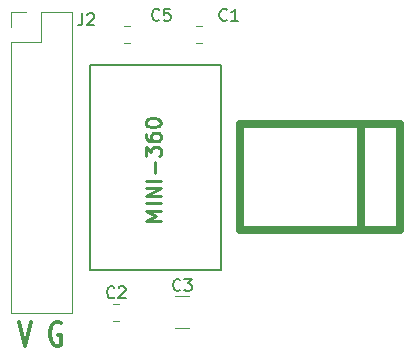
<source format=gto>
G04 #@! TF.GenerationSoftware,KiCad,Pcbnew,(5.1.5)-3*
G04 #@! TF.CreationDate,2021-08-21T09:30:28-04:00*
G04 #@! TF.ProjectId,MINI360,4d494e49-3336-4302-9e6b-696361645f70,X1*
G04 #@! TF.SameCoordinates,Original*
G04 #@! TF.FileFunction,Legend,Top*
G04 #@! TF.FilePolarity,Positive*
%FSLAX46Y46*%
G04 Gerber Fmt 4.6, Leading zero omitted, Abs format (unit mm)*
G04 Created by KiCad (PCBNEW (5.1.5)-3) date 2021-08-21 09:30:28*
%MOMM*%
%LPD*%
G04 APERTURE LIST*
%ADD10C,0.304800*%
%ADD11C,0.120000*%
%ADD12C,0.650000*%
%ADD13C,0.150000*%
%ADD14C,0.254000*%
G04 APERTURE END LIST*
D10*
X88319428Y-27462238D02*
X88827428Y-29494238D01*
X89335428Y-27462238D01*
X91802857Y-27559000D02*
X91657714Y-27462238D01*
X91440000Y-27462238D01*
X91222285Y-27559000D01*
X91077142Y-27752523D01*
X91004571Y-27946047D01*
X90932000Y-28333095D01*
X90932000Y-28623380D01*
X91004571Y-29010428D01*
X91077142Y-29203952D01*
X91222285Y-29397476D01*
X91440000Y-29494238D01*
X91585142Y-29494238D01*
X91802857Y-29397476D01*
X91875428Y-29300714D01*
X91875428Y-28623380D01*
X91585142Y-28623380D01*
D11*
X103243748Y-3885000D02*
X103766252Y-3885000D01*
X103243748Y-2465000D02*
X103766252Y-2465000D01*
X96258748Y-27380000D02*
X96781252Y-27380000D01*
X96258748Y-25960000D02*
X96781252Y-25960000D01*
X101505936Y-25310000D02*
X102710064Y-25310000D01*
X101505936Y-28030000D02*
X102710064Y-28030000D01*
X97138748Y-2465000D02*
X97661252Y-2465000D01*
X97138748Y-3885000D02*
X97661252Y-3885000D01*
D12*
X117230000Y-10740000D02*
X117230000Y-19740000D01*
X120530000Y-19740000D02*
X120530000Y-10740000D01*
X120530000Y-19740000D02*
X107030000Y-19740000D01*
X107030000Y-19740000D02*
X107030000Y-10740000D01*
X120530000Y-10740000D02*
X107030000Y-10740000D01*
D13*
X105410000Y-5715000D02*
X105410000Y-23115000D01*
X105410000Y-23115000D02*
X94310000Y-23115000D01*
X94310000Y-23115000D02*
X94310000Y-5715000D01*
X94310000Y-5715000D02*
X105410000Y-5715000D01*
D11*
X87570000Y-26730000D02*
X92770000Y-26730000D01*
X87570000Y-3810000D02*
X87570000Y-26730000D01*
X92770000Y-1210000D02*
X92770000Y-26730000D01*
X87570000Y-3810000D02*
X90170000Y-3810000D01*
X90170000Y-3810000D02*
X90170000Y-1210000D01*
X90170000Y-1210000D02*
X92770000Y-1210000D01*
X87570000Y-2540000D02*
X87570000Y-1210000D01*
X87570000Y-1210000D02*
X88900000Y-1210000D01*
D13*
X105878333Y-1882142D02*
X105830714Y-1929761D01*
X105687857Y-1977380D01*
X105592619Y-1977380D01*
X105449761Y-1929761D01*
X105354523Y-1834523D01*
X105306904Y-1739285D01*
X105259285Y-1548809D01*
X105259285Y-1405952D01*
X105306904Y-1215476D01*
X105354523Y-1120238D01*
X105449761Y-1025000D01*
X105592619Y-977380D01*
X105687857Y-977380D01*
X105830714Y-1025000D01*
X105878333Y-1072619D01*
X106830714Y-1977380D02*
X106259285Y-1977380D01*
X106545000Y-1977380D02*
X106545000Y-977380D01*
X106449761Y-1120238D01*
X106354523Y-1215476D01*
X106259285Y-1263095D01*
X96353333Y-25377142D02*
X96305714Y-25424761D01*
X96162857Y-25472380D01*
X96067619Y-25472380D01*
X95924761Y-25424761D01*
X95829523Y-25329523D01*
X95781904Y-25234285D01*
X95734285Y-25043809D01*
X95734285Y-24900952D01*
X95781904Y-24710476D01*
X95829523Y-24615238D01*
X95924761Y-24520000D01*
X96067619Y-24472380D01*
X96162857Y-24472380D01*
X96305714Y-24520000D01*
X96353333Y-24567619D01*
X96734285Y-24567619D02*
X96781904Y-24520000D01*
X96877142Y-24472380D01*
X97115238Y-24472380D01*
X97210476Y-24520000D01*
X97258095Y-24567619D01*
X97305714Y-24662857D01*
X97305714Y-24758095D01*
X97258095Y-24900952D01*
X96686666Y-25472380D01*
X97305714Y-25472380D01*
X101941333Y-24747142D02*
X101893714Y-24794761D01*
X101750857Y-24842380D01*
X101655619Y-24842380D01*
X101512761Y-24794761D01*
X101417523Y-24699523D01*
X101369904Y-24604285D01*
X101322285Y-24413809D01*
X101322285Y-24270952D01*
X101369904Y-24080476D01*
X101417523Y-23985238D01*
X101512761Y-23890000D01*
X101655619Y-23842380D01*
X101750857Y-23842380D01*
X101893714Y-23890000D01*
X101941333Y-23937619D01*
X102274666Y-23842380D02*
X102893714Y-23842380D01*
X102560380Y-24223333D01*
X102703238Y-24223333D01*
X102798476Y-24270952D01*
X102846095Y-24318571D01*
X102893714Y-24413809D01*
X102893714Y-24651904D01*
X102846095Y-24747142D01*
X102798476Y-24794761D01*
X102703238Y-24842380D01*
X102417523Y-24842380D01*
X102322285Y-24794761D01*
X102274666Y-24747142D01*
X100163333Y-1882142D02*
X100115714Y-1929761D01*
X99972857Y-1977380D01*
X99877619Y-1977380D01*
X99734761Y-1929761D01*
X99639523Y-1834523D01*
X99591904Y-1739285D01*
X99544285Y-1548809D01*
X99544285Y-1405952D01*
X99591904Y-1215476D01*
X99639523Y-1120238D01*
X99734761Y-1025000D01*
X99877619Y-977380D01*
X99972857Y-977380D01*
X100115714Y-1025000D01*
X100163333Y-1072619D01*
X101068095Y-977380D02*
X100591904Y-977380D01*
X100544285Y-1453571D01*
X100591904Y-1405952D01*
X100687142Y-1358333D01*
X100925238Y-1358333D01*
X101020476Y-1405952D01*
X101068095Y-1453571D01*
X101115714Y-1548809D01*
X101115714Y-1786904D01*
X101068095Y-1882142D01*
X101020476Y-1929761D01*
X100925238Y-1977380D01*
X100687142Y-1977380D01*
X100591904Y-1929761D01*
X100544285Y-1882142D01*
D14*
X100269523Y-18898809D02*
X98999523Y-18898809D01*
X99906666Y-18475476D01*
X98999523Y-18052142D01*
X100269523Y-18052142D01*
X100269523Y-17447380D02*
X98999523Y-17447380D01*
X100269523Y-16842619D02*
X98999523Y-16842619D01*
X100269523Y-16116904D01*
X98999523Y-16116904D01*
X100269523Y-15512142D02*
X98999523Y-15512142D01*
X99785714Y-14907380D02*
X99785714Y-13939761D01*
X98999523Y-13455952D02*
X98999523Y-12669761D01*
X99483333Y-13093095D01*
X99483333Y-12911666D01*
X99543809Y-12790714D01*
X99604285Y-12730238D01*
X99725238Y-12669761D01*
X100027619Y-12669761D01*
X100148571Y-12730238D01*
X100209047Y-12790714D01*
X100269523Y-12911666D01*
X100269523Y-13274523D01*
X100209047Y-13395476D01*
X100148571Y-13455952D01*
X98999523Y-11581190D02*
X98999523Y-11823095D01*
X99060000Y-11944047D01*
X99120476Y-12004523D01*
X99301904Y-12125476D01*
X99543809Y-12185952D01*
X100027619Y-12185952D01*
X100148571Y-12125476D01*
X100209047Y-12065000D01*
X100269523Y-11944047D01*
X100269523Y-11702142D01*
X100209047Y-11581190D01*
X100148571Y-11520714D01*
X100027619Y-11460238D01*
X99725238Y-11460238D01*
X99604285Y-11520714D01*
X99543809Y-11581190D01*
X99483333Y-11702142D01*
X99483333Y-11944047D01*
X99543809Y-12065000D01*
X99604285Y-12125476D01*
X99725238Y-12185952D01*
X98999523Y-10674047D02*
X98999523Y-10553095D01*
X99060000Y-10432142D01*
X99120476Y-10371666D01*
X99241428Y-10311190D01*
X99483333Y-10250714D01*
X99785714Y-10250714D01*
X100027619Y-10311190D01*
X100148571Y-10371666D01*
X100209047Y-10432142D01*
X100269523Y-10553095D01*
X100269523Y-10674047D01*
X100209047Y-10795000D01*
X100148571Y-10855476D01*
X100027619Y-10915952D01*
X99785714Y-10976428D01*
X99483333Y-10976428D01*
X99241428Y-10915952D01*
X99120476Y-10855476D01*
X99060000Y-10795000D01*
X98999523Y-10674047D01*
D13*
X93646666Y-1357380D02*
X93646666Y-2071666D01*
X93599047Y-2214523D01*
X93503809Y-2309761D01*
X93360952Y-2357380D01*
X93265714Y-2357380D01*
X94075238Y-1452619D02*
X94122857Y-1405000D01*
X94218095Y-1357380D01*
X94456190Y-1357380D01*
X94551428Y-1405000D01*
X94599047Y-1452619D01*
X94646666Y-1547857D01*
X94646666Y-1643095D01*
X94599047Y-1785952D01*
X94027619Y-2357380D01*
X94646666Y-2357380D01*
M02*

</source>
